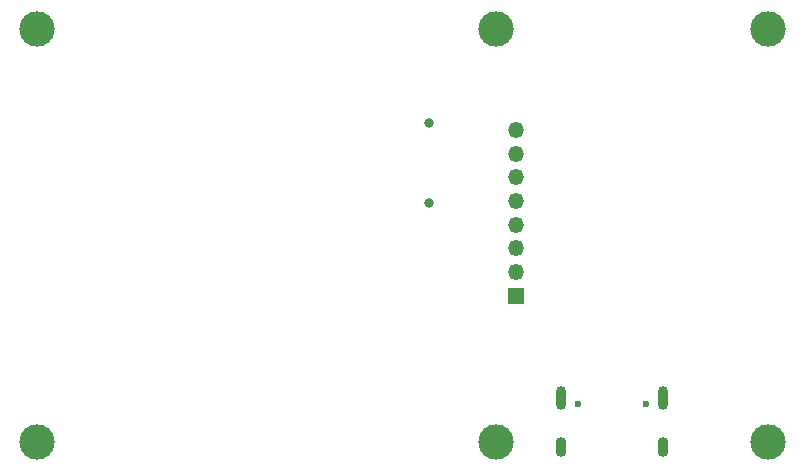
<source format=gbs>
G04 #@! TF.GenerationSoftware,KiCad,Pcbnew,(6.0.4)*
G04 #@! TF.CreationDate,2022-07-05T08:29:47+02:00*
G04 #@! TF.ProjectId,esp32-spi-hub,65737033-322d-4737-9069-2d6875622e6b,rev?*
G04 #@! TF.SameCoordinates,Original*
G04 #@! TF.FileFunction,Soldermask,Bot*
G04 #@! TF.FilePolarity,Negative*
%FSLAX46Y46*%
G04 Gerber Fmt 4.6, Leading zero omitted, Abs format (unit mm)*
G04 Created by KiCad (PCBNEW (6.0.4)) date 2022-07-05 08:29:47*
%MOMM*%
%LPD*%
G01*
G04 APERTURE LIST*
%ADD10C,3.000000*%
%ADD11C,0.600000*%
%ADD12O,0.900000X2.000000*%
%ADD13O,0.900000X1.700000*%
%ADD14C,0.800000*%
%ADD15R,1.350000X1.350000*%
%ADD16O,1.350000X1.350000*%
G04 APERTURE END LIST*
D10*
G04 #@! TO.C,H6*
X124600000Y-144800000D03*
G04 #@! TD*
G04 #@! TO.C,H3*
X186500000Y-109800000D03*
G04 #@! TD*
G04 #@! TO.C,H1*
X124600000Y-109800000D03*
G04 #@! TD*
D11*
G04 #@! TO.C,P1*
X170420000Y-141560000D03*
X176200000Y-141560000D03*
D12*
X177630000Y-141080000D03*
D13*
X177630000Y-145250000D03*
D12*
X168990000Y-141080000D03*
D13*
X168990000Y-145250000D03*
G04 #@! TD*
D14*
G04 #@! TO.C,SW2*
X157800000Y-124600000D03*
G04 #@! TD*
G04 #@! TO.C,SW1*
X157800000Y-117800000D03*
G04 #@! TD*
D10*
G04 #@! TO.C,H4*
X186500000Y-144800000D03*
G04 #@! TD*
G04 #@! TO.C,H2*
X163500000Y-109800000D03*
G04 #@! TD*
G04 #@! TO.C,H5*
X163500000Y-144800000D03*
G04 #@! TD*
D15*
G04 #@! TO.C,J1*
X165200000Y-132400000D03*
D16*
X165200000Y-130400000D03*
X165200000Y-128400000D03*
X165200000Y-126400000D03*
X165200000Y-124400000D03*
X165200000Y-122400000D03*
X165200000Y-120400000D03*
X165200000Y-118400000D03*
G04 #@! TD*
M02*

</source>
